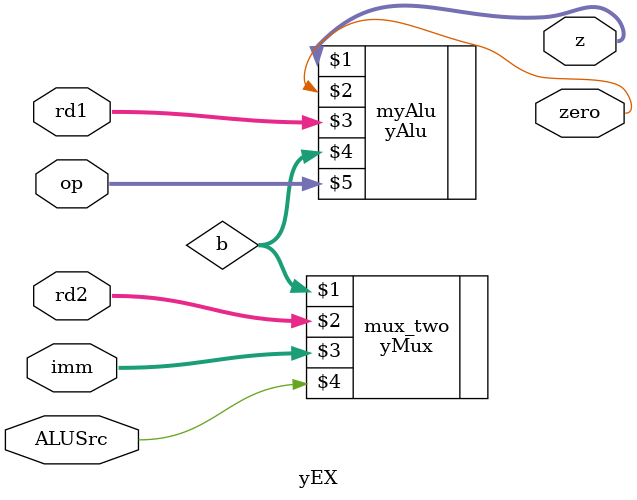
<source format=v>
module yEX(z, zero, rd1, rd2, imm, op, ALUSrc);
output [31:0] z;
output zero;
input [31:0] rd1, rd2, imm;
input [2:0] op;
input ALUSrc;
wire [31:0]b , a;
wire ex;
yMux #(32) mux_two(b ,  rd2, imm, ALUSrc);
yAlu  myAlu(z, zero,rd1, b, op);
endmodule

</source>
